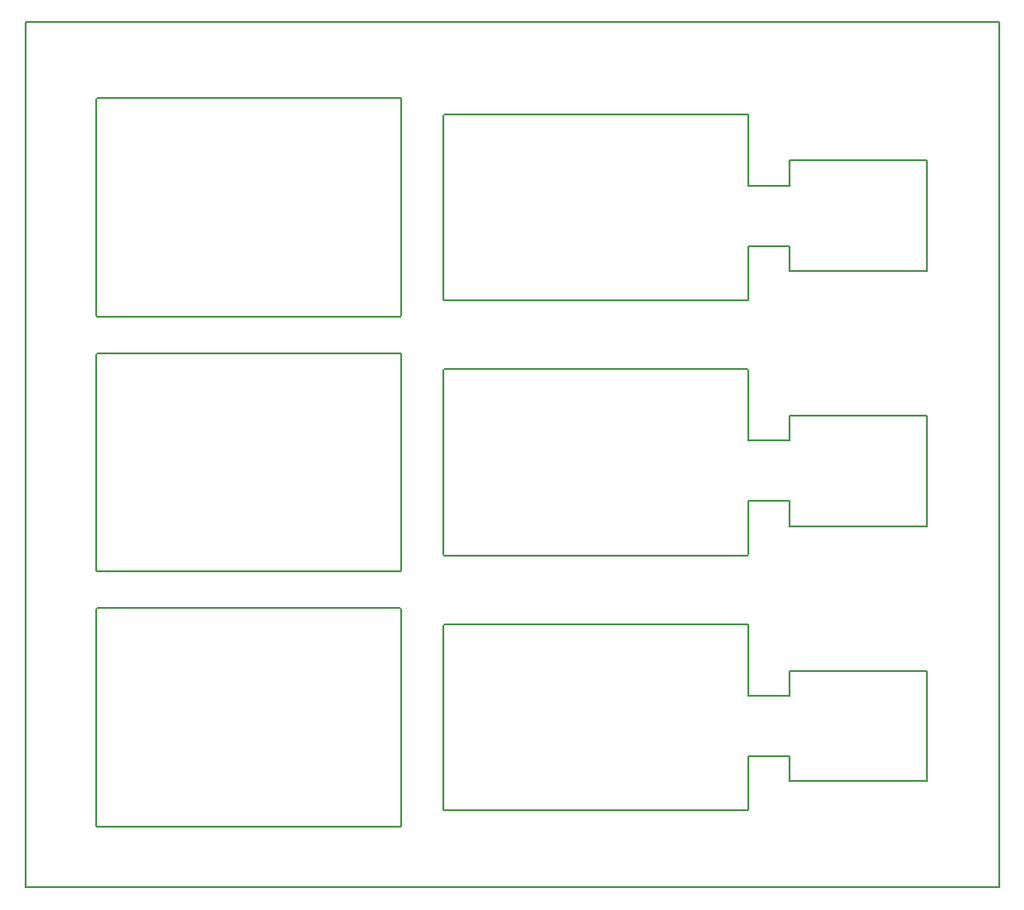
<source format=gko>
G04*
G04 #@! TF.GenerationSoftware,Altium Limited,Altium Designer,19.1.6 (110)*
G04*
G04 Layer_Color=16711935*
%FSAX25Y25*%
%MOIN*%
G70*
G01*
G75*
%ADD27C,0.00787*%
D27*
X0112992Y0101378D02*
X0467323D01*
X0112992D02*
X0112992Y0416338D01*
X0467323Y0416339D02*
X0467323Y0101378D01*
X0112992Y0416338D02*
X0467323Y0416339D01*
X0265157Y0315551D02*
G03*
X0265551Y0315157I0000394J0000000D01*
G01*
X0265157Y0315551D02*
G03*
X0265551Y0315157I0000394J0000000D01*
G01*
X0265551Y0382874D02*
G03*
X0265157Y0382480I0000000J-0000394D01*
G01*
X0265551Y0382874D02*
G03*
X0265157Y0382480I0000000J-0000394D01*
G01*
X0376181Y0382480D02*
G03*
X0375787Y0382874I-0000394J0000000D01*
G01*
X0376181Y0382480D02*
G03*
X0375787Y0382874I-0000394J0000000D01*
G01*
X0375787Y0315157D02*
G03*
X0376181Y0315551I0000000J0000394D01*
G01*
X0375787Y0315157D02*
G03*
X0376181Y0315551I0000000J0000394D01*
G01*
X0441142Y0365944D02*
Y0325787D01*
Y0365944D02*
X0391142D01*
X0441142Y0325787D02*
X0391142D01*
X0376181Y0367126D02*
Y0366338D01*
Y0360826D01*
X0376181Y0360039D02*
X0376181Y0360826D01*
X0376181Y0382480D02*
X0376181Y0367126D01*
X0375787Y0315157D02*
X0265551Y0315157D01*
X0376181Y0334842D02*
X0376181Y0332480D01*
X0265157Y0315551D02*
X0265157Y0382480D01*
X0375787Y0382874D02*
X0265551Y0382874D01*
X0376181Y0360039D02*
Y0356889D01*
X0376181Y0315551D02*
X0376181Y0332480D01*
X0391142Y0334842D02*
X0376181Y0334842D01*
X0391142Y0334842D02*
X0391142Y0325787D01*
X0391142Y0365944D02*
Y0356890D01*
X0376181Y0356889D01*
X0265157Y0222637D02*
G03*
X0265551Y0222243I0000394J0000000D01*
G01*
X0265157Y0222637D02*
G03*
X0265551Y0222243I0000394J0000000D01*
G01*
X0265551Y0289960D02*
G03*
X0265157Y0289566I0000000J-0000394D01*
G01*
X0265551Y0289960D02*
G03*
X0265157Y0289566I0000000J-0000394D01*
G01*
X0376181Y0289566D02*
G03*
X0375787Y0289960I-0000394J0000000D01*
G01*
X0376181Y0289566D02*
G03*
X0375787Y0289960I-0000394J0000000D01*
G01*
X0375787Y0222243D02*
G03*
X0376181Y0222637I0000000J0000394D01*
G01*
X0375787Y0222243D02*
G03*
X0376181Y0222637I0000000J0000394D01*
G01*
X0441142Y0273031D02*
Y0232874D01*
Y0273031D02*
X0391142D01*
X0441142Y0232874D02*
X0391142D01*
X0376181Y0274212D02*
Y0273425D01*
Y0267913D01*
X0376181Y0267126D02*
X0376181Y0267913D01*
X0376181Y0289566D02*
X0376181Y0274212D01*
X0375787Y0222243D02*
X0265551Y0222243D01*
X0376181Y0241929D02*
X0376181Y0239566D01*
X0265157Y0222637D02*
X0265157Y0289566D01*
X0375787Y0289960D02*
X0265551Y0289960D01*
X0376181Y0267126D02*
Y0263976D01*
X0376181Y0222637D02*
X0376181Y0239566D01*
X0391142Y0241929D02*
X0376181Y0241929D01*
X0391142Y0241929D02*
X0391142Y0232874D01*
X0391142Y0273031D02*
Y0263976D01*
X0376181Y0263976D01*
X0265157Y0129724D02*
G03*
X0265551Y0129330I0000394J0000000D01*
G01*
X0265157Y0129724D02*
G03*
X0265551Y0129330I0000394J0000000D01*
G01*
X0265551Y0197047D02*
G03*
X0265157Y0196653I0000000J-0000394D01*
G01*
X0265551Y0197047D02*
G03*
X0265157Y0196653I0000000J-0000394D01*
G01*
X0376181Y0196653D02*
G03*
X0375787Y0197047I-0000394J0000000D01*
G01*
X0376181Y0196653D02*
G03*
X0375787Y0197047I-0000394J0000000D01*
G01*
X0375787Y0129330D02*
G03*
X0376181Y0129724I0000000J0000394D01*
G01*
X0375787Y0129330D02*
G03*
X0376181Y0129724I0000000J0000394D01*
G01*
X0441142Y0180118D02*
Y0139960D01*
Y0180118D02*
X0391142D01*
X0441142Y0139960D02*
X0391142D01*
X0376181Y0181299D02*
Y0180511D01*
Y0174999D01*
X0376181Y0174212D02*
X0376181Y0174999D01*
X0376181Y0196653D02*
X0376181Y0181299D01*
X0375787Y0129330D02*
X0265551Y0129330D01*
X0376181Y0149015D02*
X0376181Y0146653D01*
X0265157Y0129724D02*
X0265157Y0196653D01*
X0375787Y0197047D02*
X0265551Y0197047D01*
X0376181Y0174212D02*
Y0171063D01*
X0376181Y0129724D02*
X0376181Y0146653D01*
X0391142Y0149015D02*
X0376181Y0149015D01*
X0391142Y0149015D02*
X0391142Y0139960D01*
X0391142Y0180118D02*
Y0171063D01*
X0376181Y0171063D01*
X0249803Y0202559D02*
G03*
X0249409Y0202953I-0000394J0000000D01*
G01*
X0249803Y0202559D02*
G03*
X0249409Y0202953I-0000394J0000000D01*
G01*
Y0123425D02*
G03*
X0249803Y0123819I0000000J0000394D01*
G01*
X0249409Y0123425D02*
G03*
X0249803Y0123819I0000000J0000394D01*
G01*
X0139173Y0202953D02*
G03*
X0138779Y0202559I0000000J-0000394D01*
G01*
X0139173Y0202953D02*
G03*
X0138779Y0202559I0000000J-0000394D01*
G01*
Y0123819D02*
G03*
X0139173Y0123425I0000394J0000000D01*
G01*
X0138779Y0123819D02*
G03*
X0139173Y0123425I0000394J0000000D01*
G01*
X0249803Y0123819D02*
Y0202559D01*
X0139173Y0202953D02*
X0249409Y0202953D01*
X0139173Y0123425D02*
X0249409Y0123425D01*
X0138779Y0123819D02*
Y0202559D01*
X0249803Y0295473D02*
G03*
X0249409Y0295866I-0000394J0000000D01*
G01*
X0249803Y0295473D02*
G03*
X0249409Y0295866I-0000394J0000000D01*
G01*
Y0216338D02*
G03*
X0249803Y0216732I0000000J0000394D01*
G01*
X0249409Y0216338D02*
G03*
X0249803Y0216732I0000000J0000394D01*
G01*
X0139173Y0295866D02*
G03*
X0138779Y0295473I0000000J-0000394D01*
G01*
X0139173Y0295866D02*
G03*
X0138779Y0295473I0000000J-0000394D01*
G01*
Y0216732D02*
G03*
X0139173Y0216338I0000394J0000000D01*
G01*
X0138779Y0216732D02*
G03*
X0139173Y0216338I0000394J0000000D01*
G01*
X0249803Y0216732D02*
Y0295473D01*
X0139173Y0295866D02*
X0249409Y0295866D01*
X0139173Y0216338D02*
X0249409Y0216338D01*
X0138779Y0216732D02*
Y0295473D01*
X0249803Y0388386D02*
G03*
X0249409Y0388780I-0000394J0000000D01*
G01*
X0249803Y0388386D02*
G03*
X0249409Y0388780I-0000394J0000000D01*
G01*
Y0309252D02*
G03*
X0249803Y0309646I0000000J0000394D01*
G01*
X0249409Y0309252D02*
G03*
X0249803Y0309646I0000000J0000394D01*
G01*
X0139173Y0388780D02*
G03*
X0138779Y0388386I0000000J-0000394D01*
G01*
X0139173Y0388780D02*
G03*
X0138779Y0388386I0000000J-0000394D01*
G01*
Y0309646D02*
G03*
X0139173Y0309252I0000394J0000000D01*
G01*
X0138779Y0309646D02*
G03*
X0139173Y0309252I0000394J0000000D01*
G01*
X0249803Y0309646D02*
Y0388386D01*
X0139173Y0388780D02*
X0249409Y0388780D01*
X0139173Y0309252D02*
X0249409Y0309252D01*
X0138779Y0309646D02*
Y0388386D01*
M02*

</source>
